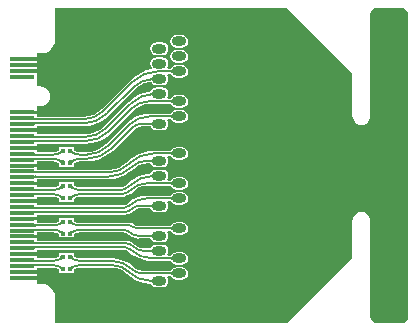
<source format=gtl>
G04*
G04 #@! TF.GenerationSoftware,Altium Limited,Altium Designer,22.3.1 (43)*
G04*
G04 Layer_Physical_Order=1*
G04 Layer_Color=255*
%FSLAX25Y25*%
%MOIN*%
G70*
G04*
G04 #@! TF.SameCoordinates,698DBC82-D8F4-4E88-83ED-E0681CBDB87E*
G04*
G04*
G04 #@! TF.FilePolarity,Positive*
G04*
G01*
G75*
%ADD13R,0.01575X0.01575*%
%ADD14R,0.07874X0.01181*%
%ADD20C,0.00700*%
%ADD21O,0.04921X0.03150*%
%ADD22O,0.20866X0.20866*%
%ADD23C,0.01400*%
G36*
X55614Y70809D02*
X55605Y70875D01*
X55580Y70933D01*
X55538Y70985D01*
X55479Y71030D01*
X55404Y71068D01*
X55312Y71099D01*
X55202Y71123D01*
X55076Y71141D01*
X54934Y71151D01*
X54774Y71154D01*
Y71854D01*
X54934Y71858D01*
X55202Y71886D01*
X55312Y71910D01*
X55404Y71941D01*
X55479Y71979D01*
X55538Y72024D01*
X55580Y72075D01*
X55605Y72134D01*
X55614Y72200D01*
Y70809D01*
D02*
G37*
G36*
X49044Y68297D02*
X49035Y68362D01*
X49010Y68419D01*
X48968Y68466D01*
X48909Y68505D01*
X48834Y68535D01*
X48742Y68557D01*
X48633Y68569D01*
X48508Y68573D01*
X48366Y68568D01*
X48207Y68554D01*
X48200Y69260D01*
X48359Y69281D01*
X48628Y69338D01*
X48737Y69374D01*
X48829Y69415D01*
X48904Y69461D01*
X48962Y69512D01*
X49004Y69568D01*
X49029Y69629D01*
X49037Y69695D01*
X49044Y68297D01*
D02*
G37*
G36*
X49046Y63293D02*
X49037Y63358D01*
X49011Y63415D01*
X48969Y63463D01*
X48910Y63502D01*
X48835Y63532D01*
X48742Y63554D01*
X48634Y63567D01*
X48508Y63571D01*
X48366Y63567D01*
X48207Y63554D01*
X48199Y64259D01*
X48359Y64279D01*
X48627Y64334D01*
X48735Y64370D01*
X48827Y64411D01*
X48902Y64456D01*
X48961Y64507D01*
X49002Y64563D01*
X49027Y64624D01*
X49035Y64690D01*
X49046Y63293D01*
D02*
G37*
G36*
X55614Y60809D02*
X55605Y60875D01*
X55580Y60933D01*
X55538Y60985D01*
X55479Y61030D01*
X55404Y61068D01*
X55312Y61099D01*
X55202Y61123D01*
X55076Y61141D01*
X54934Y61151D01*
X54774Y61154D01*
Y61854D01*
X54934Y61858D01*
X55202Y61885D01*
X55312Y61910D01*
X55404Y61941D01*
X55479Y61979D01*
X55538Y62024D01*
X55580Y62076D01*
X55605Y62134D01*
X55614Y62200D01*
Y60809D01*
D02*
G37*
G36*
Y55809D02*
X55605Y55875D01*
X55580Y55933D01*
X55538Y55985D01*
X55479Y56030D01*
X55404Y56068D01*
X55312Y56099D01*
X55202Y56123D01*
X55076Y56141D01*
X54934Y56151D01*
X54774Y56154D01*
Y56854D01*
X54934Y56858D01*
X55202Y56885D01*
X55312Y56910D01*
X55404Y56941D01*
X55479Y56979D01*
X55538Y57024D01*
X55580Y57076D01*
X55605Y57134D01*
X55614Y57200D01*
Y55809D01*
D02*
G37*
G36*
X9345Y56176D02*
X9366Y56116D01*
X9401Y56063D01*
X9450Y56018D01*
X9513Y55980D01*
X9590Y55948D01*
X9681Y55924D01*
X9786Y55906D01*
X9905Y55896D01*
X10038Y55892D01*
Y55192D01*
X9905Y55193D01*
X9366Y55228D01*
X9345Y55237D01*
X9338Y55248D01*
Y56242D01*
X9345Y56176D01*
D02*
G37*
G36*
X123879Y92699D02*
X131416Y92699D01*
X131916Y92699D01*
X132381Y92614D01*
X132795Y92532D01*
X133541Y92034D01*
X134039Y91289D01*
X134120Y90878D01*
X134206Y90409D01*
X134206Y90409D01*
X134206Y89921D01*
Y-10142D01*
X134210Y-10161D01*
X134039Y-11021D01*
X133541Y-11766D01*
X132795Y-12264D01*
X131936Y-12435D01*
X131916Y-12431D01*
X123879D01*
X123859Y-12435D01*
X123000Y-12264D01*
X122255Y-11766D01*
X121756Y-11021D01*
X121586Y-10161D01*
X121590Y-10142D01*
Y21634D01*
X121601D01*
X121499Y22411D01*
X121200Y23134D01*
X120723Y23755D01*
X120102Y24231D01*
X119379Y24531D01*
X118603Y24633D01*
X117827Y24531D01*
X117103Y24231D01*
X116482Y23755D01*
X116006Y23134D01*
X115706Y22411D01*
X115604Y21634D01*
X115616D01*
Y9376D01*
X93809Y-12431D01*
X16459Y-12431D01*
X16459Y-4437D01*
X16485Y-3937D01*
X16485D01*
X16326Y-2728D01*
X15859Y-1600D01*
X15116Y-632D01*
X14148Y110D01*
X13021Y577D01*
X12296Y673D01*
X11811Y736D01*
X11322Y710D01*
X10650Y710D01*
X10350Y1086D01*
Y2086D01*
X5413D01*
Y3267D01*
X10350D01*
Y4055D01*
X5413D01*
Y5236D01*
X10350D01*
Y6031D01*
X15945D01*
Y6028D01*
X16868Y5907D01*
X17497Y5647D01*
X17607Y5586D01*
X17731Y5511D01*
X17788Y5472D01*
X17793Y5456D01*
X17778Y5420D01*
X17796Y5380D01*
Y4310D01*
X22890D01*
Y5380D01*
X22907Y5420D01*
X22893Y5456D01*
X22896Y5468D01*
X23086Y5590D01*
X23189Y5647D01*
X23818Y5907D01*
X24741Y6028D01*
Y6031D01*
X35638D01*
Y6031D01*
X36977Y5899D01*
X38264Y5509D01*
X39450Y4875D01*
X40476Y4032D01*
X40477Y4009D01*
Y4009D01*
X41805Y2875D01*
X43294Y1963D01*
X44907Y1295D01*
X46605Y887D01*
X48317Y752D01*
X48338Y743D01*
X48442Y742D01*
X48534Y736D01*
X48934Y138D01*
X49620Y-320D01*
X50429Y-481D01*
X52201D01*
X53011Y-320D01*
X53697Y138D01*
X54156Y825D01*
X54317Y1634D01*
X54156Y2444D01*
X53939Y2768D01*
X54207Y3268D01*
X54707D01*
X54762Y3243D01*
X54908Y3240D01*
X55020Y3232D01*
X55107Y3220D01*
X55122Y3217D01*
X55509Y2639D01*
X56195Y2180D01*
X57004Y2019D01*
X58776D01*
X59585Y2180D01*
X60272Y2639D01*
X60730Y3325D01*
X60891Y4134D01*
X60730Y4944D01*
X60272Y5630D01*
X59585Y6089D01*
X58776Y6250D01*
X57004D01*
X56195Y6089D01*
X55509Y5630D01*
X55122Y5052D01*
X55116Y5051D01*
X54900Y5029D01*
X54762Y5026D01*
X54707Y5001D01*
X45690D01*
X45681Y4999D01*
X44597Y5142D01*
X43578Y5564D01*
X43094Y5936D01*
X42728Y6260D01*
X42728Y6260D01*
X41208Y7507D01*
X39475Y8433D01*
X37594Y9004D01*
X35638Y9196D01*
Y9165D01*
X24741D01*
Y9167D01*
X23818Y9289D01*
X23189Y9549D01*
X23079Y9610D01*
X22955Y9685D01*
X22897Y9724D01*
X22893Y9740D01*
X22907Y9776D01*
X22890Y9816D01*
Y10885D01*
X17796D01*
Y9816D01*
X17778Y9776D01*
X17793Y9740D01*
X17789Y9727D01*
X17600Y9606D01*
X17497Y9549D01*
X16868Y9289D01*
X15945Y9167D01*
Y9165D01*
X10350D01*
Y9960D01*
X5413D01*
Y11141D01*
X10350D01*
Y11937D01*
X39987D01*
Y11931D01*
X40528Y11823D01*
X40976Y11524D01*
X40977Y11509D01*
Y11509D01*
X42305Y10375D01*
X43794Y9463D01*
X45407Y8795D01*
X47105Y8387D01*
X48845Y8250D01*
Y8268D01*
X54707D01*
X54762Y8243D01*
X54908Y8240D01*
X55020Y8232D01*
X55107Y8220D01*
X55122Y8217D01*
X55509Y7638D01*
X56195Y7180D01*
X57004Y7019D01*
X58776D01*
X59585Y7180D01*
X60272Y7638D01*
X60730Y8325D01*
X60891Y9134D01*
X60730Y9944D01*
X60272Y10630D01*
X59585Y11089D01*
X58776Y11250D01*
X57004D01*
X56195Y11089D01*
X55509Y10630D01*
X55122Y10052D01*
X55116Y10051D01*
X54900Y10028D01*
X54762Y10025D01*
X54707Y10001D01*
X54207D01*
X53939Y10501D01*
X54156Y10825D01*
X54317Y11634D01*
X54156Y12444D01*
X53697Y13130D01*
X53011Y13589D01*
X52201Y13750D01*
X50429D01*
X49620Y13589D01*
X48934Y13130D01*
X48547Y12552D01*
X48541Y12551D01*
X48325Y12528D01*
X48188Y12526D01*
X48132Y12501D01*
X46190D01*
X46181Y12499D01*
X45097Y12642D01*
X44078Y13064D01*
X43591Y13438D01*
X43221Y13753D01*
X43221Y13753D01*
X42274Y14480D01*
X41171Y14937D01*
X39987Y15093D01*
Y15070D01*
X10350D01*
Y15866D01*
X5413D01*
Y17047D01*
X10350D01*
Y17842D01*
X15945D01*
Y17840D01*
X16868Y17718D01*
X17497Y17458D01*
X17607Y17398D01*
X17731Y17322D01*
X17788Y17283D01*
X17793Y17267D01*
X17778Y17231D01*
X17796Y17191D01*
Y16122D01*
X22890D01*
Y17191D01*
X22907Y17231D01*
X22893Y17267D01*
X22896Y17279D01*
X23086Y17401D01*
X23189Y17458D01*
X23818Y17718D01*
X24741Y17840D01*
Y17842D01*
X39603D01*
Y17824D01*
X39897Y17765D01*
X40147Y17598D01*
X40150Y17602D01*
X41106Y16817D01*
X42197Y16234D01*
X43380Y15875D01*
X44611Y15754D01*
Y15768D01*
X48132D01*
X48188Y15743D01*
X48333Y15740D01*
X48445Y15732D01*
X48532Y15720D01*
X48547Y15717D01*
X48934Y15139D01*
X49620Y14680D01*
X50429Y14519D01*
X52201D01*
X53011Y14680D01*
X53697Y15139D01*
X54156Y15825D01*
X54317Y16634D01*
X54156Y17444D01*
X53939Y17768D01*
X54207Y18268D01*
X54707D01*
X54762Y18243D01*
X54908Y18240D01*
X55020Y18232D01*
X55107Y18220D01*
X55122Y18217D01*
X55509Y17639D01*
X56195Y17180D01*
X57004Y17019D01*
X58776D01*
X59585Y17180D01*
X60272Y17639D01*
X60730Y18325D01*
X60891Y19134D01*
X60730Y19944D01*
X60272Y20630D01*
X59585Y21089D01*
X58776Y21250D01*
X57004D01*
X56195Y21089D01*
X55509Y20630D01*
X55122Y20052D01*
X55116Y20051D01*
X54900Y20029D01*
X54762Y20026D01*
X54707Y20001D01*
X43775D01*
Y20019D01*
X43640Y20046D01*
X43228Y20260D01*
X43228Y20260D01*
X42400Y20814D01*
X41423Y21008D01*
Y20976D01*
X24741D01*
Y20978D01*
X23818Y21100D01*
X23189Y21360D01*
X23079Y21420D01*
X22955Y21496D01*
X22897Y21535D01*
X22893Y21551D01*
X22907Y21587D01*
X22890Y21627D01*
Y22696D01*
X17796D01*
Y21627D01*
X17778Y21587D01*
X17793Y21551D01*
X17789Y21539D01*
X17600Y21417D01*
X17497Y21360D01*
X16868Y21100D01*
X15945Y20978D01*
Y20976D01*
X10350D01*
Y21771D01*
X5413D01*
Y22952D01*
X10350D01*
Y23748D01*
X39606D01*
Y23727D01*
X40746Y23877D01*
X41808Y24317D01*
X42720Y25017D01*
X42720Y25017D01*
X43098Y25312D01*
X43515Y25591D01*
X44444Y25775D01*
X44483Y25768D01*
X48132D01*
X48188Y25743D01*
X48333Y25740D01*
X48445Y25732D01*
X48532Y25720D01*
X48547Y25717D01*
X48934Y25139D01*
X49620Y24680D01*
X50429Y24519D01*
X52201D01*
X53011Y24680D01*
X53697Y25139D01*
X54156Y25825D01*
X54317Y26634D01*
X54156Y27444D01*
X53939Y27768D01*
X54207Y28268D01*
X54707D01*
X54762Y28243D01*
X54908Y28240D01*
X55020Y28232D01*
X55107Y28220D01*
X55122Y28217D01*
X55509Y27639D01*
X56195Y27180D01*
X57004Y27019D01*
X58776D01*
X59585Y27180D01*
X60272Y27639D01*
X60730Y28325D01*
X60891Y29134D01*
X60730Y29944D01*
X60272Y30630D01*
X59585Y31089D01*
X58776Y31250D01*
X57004D01*
X56195Y31089D01*
X55509Y30630D01*
X55122Y30052D01*
X55116Y30051D01*
X54900Y30028D01*
X54762Y30026D01*
X54707Y30001D01*
X47138D01*
Y30030D01*
X45298Y29849D01*
X43529Y29312D01*
X41899Y28440D01*
X40470Y27268D01*
Y27268D01*
X40467Y27243D01*
X40081Y26985D01*
X39606Y26891D01*
Y26881D01*
X10350D01*
Y27677D01*
X5413D01*
Y28858D01*
X10350D01*
Y29653D01*
X15945D01*
Y29651D01*
X16868Y29529D01*
X17497Y29269D01*
X17607Y29208D01*
X17731Y29133D01*
X17788Y29094D01*
X17793Y29078D01*
X17778Y29042D01*
X17796Y29002D01*
Y27933D01*
X22890D01*
Y29002D01*
X22907Y29042D01*
X22893Y29078D01*
X22896Y29090D01*
X23086Y29212D01*
X23189Y29269D01*
X23818Y29529D01*
X24741Y29651D01*
Y29653D01*
X38171D01*
Y29639D01*
X39425Y29763D01*
X40630Y30128D01*
X41742Y30722D01*
X42716Y31521D01*
Y31521D01*
X42716Y31534D01*
X43606Y32265D01*
X44630Y32812D01*
X45741Y33149D01*
X46897Y33263D01*
Y33268D01*
X54707D01*
X54762Y33243D01*
X54908Y33240D01*
X55020Y33232D01*
X55107Y33220D01*
X55122Y33217D01*
X55509Y32638D01*
X56195Y32180D01*
X57004Y32019D01*
X58776D01*
X59585Y32180D01*
X60272Y32638D01*
X60730Y33325D01*
X60891Y34134D01*
X60730Y34944D01*
X60272Y35630D01*
X59585Y36089D01*
X58776Y36250D01*
X57004D01*
X56195Y36089D01*
X55509Y35630D01*
X55122Y35052D01*
X55116Y35051D01*
X54900Y35028D01*
X54762Y35026D01*
X54707Y35001D01*
X54207D01*
X53939Y35501D01*
X54156Y35825D01*
X54317Y36634D01*
X54156Y37444D01*
X53697Y38130D01*
X53011Y38589D01*
X52201Y38750D01*
X50429D01*
X49620Y38589D01*
X48934Y38130D01*
X48531Y37528D01*
X48506Y37520D01*
X48288Y37482D01*
X48149Y37469D01*
X48062Y37423D01*
X47403Y37371D01*
X45528Y36921D01*
X43746Y36183D01*
X42102Y35175D01*
X40636Y33923D01*
X40636Y33923D01*
X40275Y33589D01*
X39808Y33231D01*
X39018Y32904D01*
X38171Y32792D01*
Y32787D01*
X24741D01*
Y32789D01*
X23818Y32911D01*
X23189Y33171D01*
X23079Y33231D01*
X22955Y33307D01*
X22897Y33346D01*
X22893Y33362D01*
X22907Y33398D01*
X22890Y33438D01*
Y34507D01*
X17796D01*
Y33438D01*
X17778Y33398D01*
X17793Y33362D01*
X17789Y33349D01*
X17600Y33228D01*
X17497Y33171D01*
X16868Y32911D01*
X15945Y32789D01*
Y32787D01*
X10350D01*
Y33582D01*
X5413D01*
Y34763D01*
X10350D01*
Y35559D01*
X34321D01*
Y35539D01*
X36179Y35685D01*
X37992Y36120D01*
X39713Y36833D01*
X41302Y37807D01*
X42720Y39018D01*
Y39018D01*
X42721Y39038D01*
X43606Y39765D01*
X44630Y40312D01*
X45741Y40649D01*
X46897Y40763D01*
Y40768D01*
X48132D01*
X48188Y40743D01*
X48333Y40740D01*
X48445Y40732D01*
X48532Y40720D01*
X48547Y40717D01*
X48934Y40139D01*
X49620Y39680D01*
X50429Y39519D01*
X52201D01*
X53011Y39680D01*
X53697Y40139D01*
X54156Y40825D01*
X54317Y41634D01*
X54156Y42444D01*
X53939Y42768D01*
X54207Y43268D01*
X54707D01*
X54762Y43243D01*
X54908Y43240D01*
X55020Y43232D01*
X55107Y43220D01*
X55122Y43217D01*
X55509Y42638D01*
X56195Y42180D01*
X57004Y42019D01*
X58776D01*
X59585Y42180D01*
X60272Y42638D01*
X60730Y43325D01*
X60891Y44134D01*
X60730Y44944D01*
X60272Y45630D01*
X59585Y46089D01*
X58776Y46250D01*
X57004D01*
X56195Y46089D01*
X55509Y45630D01*
X55122Y45052D01*
X55116Y45051D01*
X54900Y45028D01*
X54762Y45026D01*
X54707Y45001D01*
X49325D01*
Y45022D01*
X47403Y44871D01*
X45528Y44421D01*
X43746Y43683D01*
X42102Y42676D01*
X40636Y41423D01*
X40636Y41423D01*
X40285Y41067D01*
X39173Y40155D01*
X37663Y39348D01*
X36025Y38851D01*
X34351Y38686D01*
X34321Y38692D01*
X10350D01*
Y39488D01*
X5413D01*
Y40669D01*
X10350D01*
Y41464D01*
X15945D01*
Y41462D01*
X16868Y41340D01*
X17497Y41080D01*
X17607Y41019D01*
X17731Y40944D01*
X17788Y40905D01*
X17793Y40889D01*
X17778Y40853D01*
X17796Y40813D01*
Y39744D01*
X22890D01*
Y40813D01*
X22907Y40853D01*
X22893Y40889D01*
X22896Y40901D01*
X23086Y41023D01*
X23189Y41080D01*
X23818Y41340D01*
X24741Y41462D01*
Y41464D01*
X27057D01*
Y41443D01*
X28980Y41594D01*
X30854Y42044D01*
X32636Y42782D01*
X34280Y43790D01*
X35746Y45042D01*
X35746Y45042D01*
X36085Y45411D01*
X42706Y52032D01*
X42706Y52031D01*
X43488Y52631D01*
X44399Y53008D01*
X45376Y53137D01*
Y53138D01*
X48132D01*
X48188Y53113D01*
X48333Y53110D01*
X48445Y53102D01*
X48532Y53090D01*
X48547Y53087D01*
X48934Y52509D01*
X49620Y52050D01*
X50429Y51889D01*
X52201D01*
X53011Y52050D01*
X53697Y52509D01*
X54156Y53195D01*
X54317Y54004D01*
X54156Y54814D01*
X53939Y55138D01*
X54207Y55638D01*
X54707D01*
X54762Y55613D01*
X54908Y55610D01*
X55020Y55602D01*
X55107Y55590D01*
X55122Y55587D01*
X55509Y55009D01*
X56195Y54550D01*
X57004Y54389D01*
X58776D01*
X59585Y54550D01*
X60272Y55009D01*
X60730Y55695D01*
X60891Y56504D01*
X60730Y57314D01*
X60272Y58000D01*
X59585Y58459D01*
X58776Y58620D01*
X57004D01*
X56195Y58459D01*
X55509Y58000D01*
X55122Y57422D01*
X55116Y57421D01*
X54900Y57398D01*
X54762Y57395D01*
X54707Y57371D01*
X48031D01*
Y57387D01*
X46361Y57256D01*
X44731Y56865D01*
X43182Y56223D01*
X41753Y55347D01*
X40478Y54259D01*
X40490Y54247D01*
X33516Y47273D01*
X33495Y47242D01*
X32137Y46128D01*
X30556Y45283D01*
X28841Y44763D01*
X27093Y44590D01*
X27057Y44598D01*
X24741D01*
Y44600D01*
X23818Y44722D01*
X23189Y44982D01*
X23079Y45042D01*
X22955Y45118D01*
X22897Y45157D01*
X22893Y45173D01*
X22907Y45209D01*
X22890Y45249D01*
Y46318D01*
X17796D01*
Y45249D01*
X17778Y45209D01*
X17793Y45173D01*
X17789Y45160D01*
X17600Y45039D01*
X17497Y44982D01*
X16868Y44722D01*
X15945Y44600D01*
Y44598D01*
X10350D01*
Y45393D01*
X5413D01*
Y46574D01*
X10350D01*
Y47370D01*
X26463D01*
Y47349D01*
X28385Y47500D01*
X30260Y47950D01*
X32041Y48688D01*
X33685Y49695D01*
X35152Y50948D01*
X35152Y50948D01*
X35490Y51316D01*
X42706Y58532D01*
X42708Y58535D01*
X43795Y59427D01*
X45038Y60092D01*
X46387Y60501D01*
X47786Y60639D01*
X47790Y60638D01*
X54707D01*
X54762Y60613D01*
X54908Y60610D01*
X55020Y60602D01*
X55107Y60590D01*
X55122Y60587D01*
X55509Y60009D01*
X56195Y59550D01*
X57004Y59389D01*
X58776D01*
X59585Y59550D01*
X60272Y60009D01*
X60730Y60695D01*
X60891Y61504D01*
X60730Y62314D01*
X60272Y63000D01*
X59585Y63459D01*
X58776Y63620D01*
X57004D01*
X56195Y63459D01*
X55509Y63000D01*
X55122Y62422D01*
X55116Y62421D01*
X54900Y62398D01*
X54762Y62396D01*
X54707Y62371D01*
X54207D01*
X53939Y62871D01*
X54156Y63195D01*
X54317Y64004D01*
X54156Y64814D01*
X53697Y65500D01*
X53011Y65959D01*
X52201Y66120D01*
X50429D01*
X49620Y65959D01*
X48934Y65500D01*
X48510Y64866D01*
X48487Y64858D01*
X48270Y64813D01*
X48131Y64796D01*
X48077Y64765D01*
X47772Y64741D01*
X45898Y64291D01*
X44116Y63553D01*
X42472Y62546D01*
X41006Y61293D01*
X41021Y61278D01*
X32921Y53178D01*
X32901Y53148D01*
X31543Y52034D01*
X29962Y51188D01*
X28247Y50668D01*
X26499Y50496D01*
X26463Y50503D01*
X10350D01*
Y51299D01*
X5413D01*
Y52480D01*
X10350D01*
Y53275D01*
X25868D01*
Y53254D01*
X27790Y53405D01*
X29665Y53856D01*
X31447Y54593D01*
X33091Y55601D01*
X34557Y56853D01*
X34557Y56853D01*
X34896Y57222D01*
X43137Y65463D01*
X43157Y65493D01*
X44515Y66607D01*
X46095Y67452D01*
X47811Y67973D01*
X48250Y68016D01*
X48254Y68015D01*
X48399Y68028D01*
X48509Y68032D01*
X48586Y68029D01*
X48662Y67915D01*
X48663Y67912D01*
X48664Y67912D01*
X48934Y67509D01*
X49620Y67050D01*
X50429Y66889D01*
X52201D01*
X53011Y67050D01*
X53697Y67509D01*
X54156Y68195D01*
X54317Y69004D01*
X54156Y69814D01*
X53939Y70138D01*
X54207Y70638D01*
X54707D01*
X54762Y70613D01*
X54908Y70610D01*
X55020Y70602D01*
X55107Y70590D01*
X55122Y70587D01*
X55509Y70009D01*
X56195Y69550D01*
X57004Y69389D01*
X58776D01*
X59585Y69550D01*
X60272Y70009D01*
X60730Y70695D01*
X60891Y71504D01*
X60730Y72314D01*
X60272Y73000D01*
X59585Y73459D01*
X58776Y73620D01*
X57004D01*
X56195Y73459D01*
X55509Y73000D01*
X55122Y72422D01*
X55116Y72421D01*
X54900Y72399D01*
X54762Y72395D01*
X54707Y72371D01*
X54207D01*
X53939Y72871D01*
X54156Y73195D01*
X54317Y74004D01*
X54156Y74814D01*
X53697Y75500D01*
X53011Y75959D01*
X52201Y76120D01*
X50429D01*
X49620Y75959D01*
X48934Y75500D01*
X48475Y74814D01*
X48314Y74004D01*
X48475Y73195D01*
X48777Y72743D01*
X48776Y72644D01*
X48574Y72193D01*
X46898Y71791D01*
X45116Y71053D01*
X43472Y70046D01*
X42006Y68793D01*
X42021Y68778D01*
X32326Y59084D01*
X32306Y59053D01*
X30948Y57939D01*
X29368Y57094D01*
X27652Y56574D01*
X25904Y56402D01*
X25868Y56409D01*
X10350D01*
Y57204D01*
X5413D01*
Y58385D01*
X10350D01*
Y59385D01*
X10350D01*
Y59959D01*
X11407D01*
X11539Y59941D01*
X12390Y60053D01*
X13183Y60382D01*
X13863Y60904D01*
X14386Y61585D01*
X14714Y62378D01*
X14826Y63228D01*
X14714Y64079D01*
X14386Y64872D01*
X13863Y65552D01*
X13183Y66075D01*
X12390Y66403D01*
X11539Y66515D01*
X11407Y66498D01*
X10350D01*
Y68980D01*
X10347Y68982D01*
Y69981D01*
X10350Y69984D01*
X10350Y70481D01*
Y70983D01*
X5413D01*
Y72165D01*
X10350D01*
Y72952D01*
X5413D01*
Y74133D01*
X10350D01*
Y74921D01*
X5413D01*
Y76102D01*
X10350D01*
Y77478D01*
X11811D01*
Y77452D01*
X13021Y77611D01*
X14148Y78078D01*
X15116Y78821D01*
X15859Y79789D01*
X16326Y80916D01*
X16421Y81641D01*
X16485Y82125D01*
X16485Y82126D01*
X16459Y82615D01*
X16459Y92699D01*
X93809Y92699D01*
X115616Y70891D01*
X115616Y56634D01*
X115604D01*
X115706Y55858D01*
X116006Y55135D01*
X116482Y54514D01*
X117103Y54037D01*
X117827Y53738D01*
X118603Y53636D01*
X119379Y53738D01*
X120102Y54037D01*
X120723Y54514D01*
X121200Y55135D01*
X121499Y55858D01*
X121601Y56634D01*
X121589D01*
Y90409D01*
X121586Y90429D01*
X121756Y91289D01*
X122255Y92034D01*
X123000Y92532D01*
X123859Y92703D01*
X123879Y92699D01*
D02*
G37*
G36*
X10038Y53792D02*
X9905Y53789D01*
X9786Y53778D01*
X9681Y53761D01*
X9590Y53736D01*
X9513Y53705D01*
X9450Y53666D01*
X9401Y53621D01*
X9366Y53568D01*
X9345Y53509D01*
X9338Y53442D01*
Y54436D01*
X9345Y54447D01*
X9366Y54456D01*
X9401Y54465D01*
X9450Y54472D01*
X9590Y54483D01*
X9905Y54492D01*
X10038Y54492D01*
Y53792D01*
D02*
G37*
G36*
X49039Y53309D02*
X49031Y53375D01*
X49005Y53433D01*
X48963Y53485D01*
X48905Y53530D01*
X48829Y53568D01*
X48737Y53599D01*
X48628Y53623D01*
X48502Y53641D01*
X48359Y53651D01*
X48199Y53654D01*
Y54354D01*
X48359Y54358D01*
X48628Y54386D01*
X48737Y54410D01*
X48829Y54441D01*
X48905Y54479D01*
X48963Y54524D01*
X49005Y54576D01*
X49031Y54634D01*
X49039Y54700D01*
Y53309D01*
D02*
G37*
G36*
X9345Y50270D02*
X9366Y50210D01*
X9401Y50158D01*
X9450Y50112D01*
X9513Y50074D01*
X9590Y50042D01*
X9681Y50018D01*
X9786Y50001D01*
X9905Y49990D01*
X10038Y49986D01*
Y49286D01*
X9905Y49287D01*
X9366Y49322D01*
X9345Y49332D01*
X9338Y49342D01*
Y50336D01*
X9345Y50270D01*
D02*
G37*
G36*
X10038Y47886D02*
X9905Y47883D01*
X9786Y47872D01*
X9681Y47855D01*
X9590Y47831D01*
X9513Y47799D01*
X9450Y47760D01*
X9401Y47715D01*
X9366Y47662D01*
X9345Y47603D01*
X9338Y47537D01*
Y48531D01*
X9345Y48541D01*
X9366Y48551D01*
X9401Y48559D01*
X9450Y48566D01*
X9590Y48578D01*
X9905Y48586D01*
X10038Y48586D01*
Y47886D01*
D02*
G37*
G36*
X19515Y44268D02*
X19451Y44304D01*
X19369Y44323D01*
X19270Y44326D01*
X19154Y44314D01*
X19022Y44284D01*
X18872Y44239D01*
X18706Y44178D01*
X18321Y44006D01*
X18104Y43896D01*
X17705Y44479D01*
X17877Y44573D01*
X18147Y44747D01*
X18246Y44827D01*
X18319Y44901D01*
X18369Y44971D01*
X18393Y45036D01*
X18393Y45096D01*
X18369Y45151D01*
X18320Y45202D01*
X19515Y44268D01*
D02*
G37*
G36*
X22317Y45151D02*
X22293Y45096D01*
X22293Y45036D01*
X22317Y44971D01*
X22367Y44901D01*
X22440Y44827D01*
X22539Y44747D01*
X22662Y44663D01*
X22809Y44573D01*
X22981Y44479D01*
X22582Y43896D01*
X22364Y44006D01*
X21814Y44239D01*
X21664Y44284D01*
X21531Y44314D01*
X21416Y44326D01*
X21317Y44323D01*
X21235Y44304D01*
X21170Y44268D01*
X22366Y45202D01*
X22317Y45151D01*
D02*
G37*
G36*
X55614Y43439D02*
X55605Y43505D01*
X55580Y43563D01*
X55538Y43615D01*
X55479Y43660D01*
X55404Y43698D01*
X55312Y43729D01*
X55202Y43753D01*
X55076Y43771D01*
X54934Y43781D01*
X54774Y43784D01*
Y44484D01*
X54934Y44488D01*
X55202Y44515D01*
X55312Y44540D01*
X55404Y44571D01*
X55479Y44609D01*
X55538Y44654D01*
X55580Y44706D01*
X55605Y44764D01*
X55614Y44830D01*
Y43439D01*
D02*
G37*
G36*
X9345Y44365D02*
X9366Y44305D01*
X9401Y44252D01*
X9450Y44207D01*
X9513Y44168D01*
X9590Y44137D01*
X9681Y44113D01*
X9786Y44095D01*
X9905Y44085D01*
X10038Y44081D01*
Y43381D01*
X9905Y43382D01*
X9366Y43417D01*
X9345Y43426D01*
X9338Y43437D01*
Y44431D01*
X9345Y44365D01*
D02*
G37*
G36*
X22981Y41583D02*
X22809Y41489D01*
X22539Y41315D01*
X22440Y41235D01*
X22367Y41161D01*
X22317Y41091D01*
X22293Y41026D01*
X22293Y40966D01*
X22317Y40911D01*
X22366Y40860D01*
X21170Y41794D01*
X21235Y41758D01*
X21317Y41739D01*
X21416Y41736D01*
X21531Y41748D01*
X21664Y41778D01*
X21814Y41823D01*
X21980Y41884D01*
X22364Y42056D01*
X22582Y42167D01*
X22981Y41583D01*
D02*
G37*
G36*
X10038Y41981D02*
X9905Y41978D01*
X9786Y41967D01*
X9681Y41949D01*
X9590Y41925D01*
X9513Y41894D01*
X9450Y41855D01*
X9401Y41809D01*
X9366Y41757D01*
X9345Y41697D01*
X9338Y41631D01*
Y42625D01*
X9345Y42636D01*
X9366Y42645D01*
X9401Y42654D01*
X9450Y42661D01*
X9590Y42672D01*
X9905Y42680D01*
X10038Y42681D01*
Y41981D01*
D02*
G37*
G36*
X49039Y40939D02*
X49031Y41005D01*
X49005Y41063D01*
X48963Y41115D01*
X48905Y41160D01*
X48829Y41198D01*
X48737Y41229D01*
X48628Y41253D01*
X48502Y41271D01*
X48359Y41281D01*
X48199Y41284D01*
Y41984D01*
X48359Y41988D01*
X48628Y42015D01*
X48737Y42040D01*
X48829Y42071D01*
X48905Y42109D01*
X48963Y42154D01*
X49005Y42206D01*
X49031Y42264D01*
X49039Y42330D01*
Y40939D01*
D02*
G37*
G36*
X18321Y42056D02*
X18872Y41823D01*
X19022Y41778D01*
X19154Y41748D01*
X19270Y41736D01*
X19369Y41739D01*
X19451Y41758D01*
X19515Y41794D01*
X18320Y40860D01*
X18369Y40911D01*
X18393Y40966D01*
X18393Y41026D01*
X18369Y41091D01*
X18319Y41161D01*
X18246Y41235D01*
X18147Y41315D01*
X18024Y41399D01*
X17877Y41489D01*
X17705Y41583D01*
X18104Y42167D01*
X18321Y42056D01*
D02*
G37*
G36*
X9345Y38459D02*
X9366Y38399D01*
X9401Y38347D01*
X9450Y38302D01*
X9513Y38263D01*
X9590Y38232D01*
X9681Y38207D01*
X9786Y38190D01*
X9905Y38179D01*
X10038Y38175D01*
Y37475D01*
X9905Y37476D01*
X9366Y37511D01*
X9345Y37521D01*
X9338Y37531D01*
Y38526D01*
X9345Y38459D01*
D02*
G37*
G36*
X49039Y35940D02*
X49030Y36005D01*
X49005Y36063D01*
X48963Y36112D01*
X48905Y36153D01*
X48830Y36186D01*
X48738Y36210D01*
X48629Y36227D01*
X48504Y36235D01*
X48361Y36235D01*
X48202Y36227D01*
X48200Y36931D01*
X48360Y36945D01*
X48629Y36992D01*
X48738Y37024D01*
X48830Y37062D01*
X48906Y37105D01*
X48965Y37154D01*
X49007Y37208D01*
X49032Y37269D01*
X49041Y37334D01*
X49039Y35940D01*
D02*
G37*
G36*
X10038Y36075D02*
X9905Y36072D01*
X9786Y36061D01*
X9681Y36044D01*
X9590Y36020D01*
X9513Y35988D01*
X9450Y35950D01*
X9401Y35904D01*
X9366Y35851D01*
X9345Y35792D01*
X9338Y35726D01*
Y36720D01*
X9345Y36730D01*
X9366Y36740D01*
X9401Y36748D01*
X9450Y36755D01*
X9590Y36767D01*
X9905Y36775D01*
X10038Y36775D01*
Y36075D01*
D02*
G37*
G36*
X55614Y33439D02*
X55605Y33505D01*
X55580Y33563D01*
X55538Y33615D01*
X55479Y33660D01*
X55404Y33698D01*
X55312Y33729D01*
X55202Y33753D01*
X55076Y33771D01*
X54934Y33781D01*
X54774Y33784D01*
Y34484D01*
X54934Y34488D01*
X55202Y34516D01*
X55312Y34540D01*
X55404Y34571D01*
X55479Y34609D01*
X55538Y34654D01*
X55580Y34705D01*
X55605Y34764D01*
X55614Y34830D01*
Y33439D01*
D02*
G37*
G36*
X19515Y32456D02*
X19451Y32492D01*
X19369Y32512D01*
X19270Y32515D01*
X19154Y32503D01*
X19022Y32473D01*
X18872Y32428D01*
X18706Y32367D01*
X18321Y32195D01*
X18104Y32084D01*
X17705Y32668D01*
X17877Y32762D01*
X18147Y32936D01*
X18246Y33016D01*
X18319Y33090D01*
X18369Y33160D01*
X18393Y33225D01*
X18393Y33285D01*
X18369Y33340D01*
X18320Y33391D01*
X19515Y32456D01*
D02*
G37*
G36*
X22317Y33340D02*
X22293Y33285D01*
X22293Y33225D01*
X22317Y33160D01*
X22367Y33090D01*
X22440Y33016D01*
X22539Y32936D01*
X22662Y32852D01*
X22809Y32762D01*
X22981Y32668D01*
X22582Y32084D01*
X22364Y32195D01*
X21814Y32428D01*
X21664Y32473D01*
X21531Y32503D01*
X21416Y32515D01*
X21317Y32512D01*
X21235Y32492D01*
X21170Y32456D01*
X22366Y33391D01*
X22317Y33340D01*
D02*
G37*
G36*
X9345Y32553D02*
X9366Y32494D01*
X9401Y32441D01*
X9450Y32396D01*
X9513Y32357D01*
X9590Y32326D01*
X9681Y32302D01*
X9786Y32284D01*
X9905Y32274D01*
X10038Y32270D01*
Y31570D01*
X9905Y31571D01*
X9366Y31606D01*
X9345Y31615D01*
X9338Y31626D01*
Y32620D01*
X9345Y32553D01*
D02*
G37*
G36*
X22981Y29772D02*
X22809Y29678D01*
X22539Y29504D01*
X22440Y29424D01*
X22367Y29350D01*
X22317Y29280D01*
X22293Y29215D01*
X22293Y29155D01*
X22317Y29100D01*
X22366Y29049D01*
X21170Y29983D01*
X21235Y29948D01*
X21317Y29928D01*
X21416Y29924D01*
X21531Y29937D01*
X21664Y29966D01*
X21814Y30012D01*
X21980Y30073D01*
X22364Y30245D01*
X22582Y30356D01*
X22981Y29772D01*
D02*
G37*
G36*
X10038Y30170D02*
X9905Y30167D01*
X9786Y30156D01*
X9681Y30138D01*
X9590Y30114D01*
X9513Y30082D01*
X9450Y30044D01*
X9401Y29998D01*
X9366Y29946D01*
X9345Y29886D01*
X9338Y29820D01*
Y30814D01*
X9345Y30825D01*
X9366Y30834D01*
X9401Y30843D01*
X9450Y30850D01*
X9590Y30861D01*
X9905Y30869D01*
X10038Y30870D01*
Y30170D01*
D02*
G37*
G36*
X18321Y30245D02*
X18872Y30012D01*
X19022Y29966D01*
X19154Y29937D01*
X19270Y29924D01*
X19369Y29928D01*
X19451Y29948D01*
X19515Y29983D01*
X18320Y29049D01*
X18369Y29100D01*
X18393Y29155D01*
X18393Y29215D01*
X18369Y29280D01*
X18319Y29350D01*
X18246Y29424D01*
X18147Y29504D01*
X18024Y29588D01*
X17877Y29678D01*
X17705Y29772D01*
X18104Y30356D01*
X18321Y30245D01*
D02*
G37*
G36*
X55614Y28439D02*
X55605Y28505D01*
X55580Y28563D01*
X55538Y28615D01*
X55479Y28660D01*
X55404Y28698D01*
X55312Y28729D01*
X55202Y28753D01*
X55076Y28771D01*
X54934Y28781D01*
X54774Y28784D01*
Y29484D01*
X54934Y29488D01*
X55202Y29515D01*
X55312Y29540D01*
X55404Y29571D01*
X55479Y29609D01*
X55538Y29654D01*
X55580Y29706D01*
X55605Y29764D01*
X55614Y29830D01*
Y28439D01*
D02*
G37*
G36*
X49039Y25939D02*
X49031Y26005D01*
X49005Y26063D01*
X48963Y26115D01*
X48905Y26160D01*
X48829Y26198D01*
X48737Y26229D01*
X48628Y26253D01*
X48502Y26271D01*
X48359Y26281D01*
X48199Y26284D01*
Y26984D01*
X48359Y26988D01*
X48628Y27016D01*
X48737Y27040D01*
X48829Y27071D01*
X48905Y27109D01*
X48963Y27154D01*
X49005Y27206D01*
X49031Y27264D01*
X49039Y27330D01*
Y25939D01*
D02*
G37*
G36*
X9345Y26648D02*
X9366Y26588D01*
X9401Y26536D01*
X9450Y26491D01*
X9513Y26452D01*
X9590Y26421D01*
X9681Y26396D01*
X9786Y26379D01*
X9905Y26368D01*
X10038Y26364D01*
Y25664D01*
X9905Y25665D01*
X9366Y25700D01*
X9345Y25710D01*
X9338Y25720D01*
Y26715D01*
X9345Y26648D01*
D02*
G37*
G36*
X10038Y24264D02*
X9905Y24261D01*
X9786Y24250D01*
X9681Y24233D01*
X9590Y24208D01*
X9513Y24177D01*
X9450Y24138D01*
X9401Y24093D01*
X9366Y24040D01*
X9345Y23981D01*
X9338Y23914D01*
Y24909D01*
X9345Y24919D01*
X9366Y24929D01*
X9401Y24937D01*
X9450Y24944D01*
X9590Y24956D01*
X9905Y24964D01*
X10038Y24964D01*
Y24264D01*
D02*
G37*
G36*
X19515Y20646D02*
X19451Y20681D01*
X19369Y20701D01*
X19270Y20704D01*
X19154Y20692D01*
X19022Y20662D01*
X18872Y20617D01*
X18706Y20556D01*
X18321Y20384D01*
X18104Y20273D01*
X17705Y20857D01*
X17877Y20951D01*
X18147Y21125D01*
X18246Y21205D01*
X18319Y21279D01*
X18369Y21349D01*
X18393Y21414D01*
X18393Y21474D01*
X18369Y21529D01*
X18320Y21580D01*
X19515Y20646D01*
D02*
G37*
G36*
X22317Y21529D02*
X22293Y21474D01*
X22293Y21414D01*
X22317Y21349D01*
X22367Y21279D01*
X22440Y21205D01*
X22539Y21125D01*
X22662Y21041D01*
X22809Y20951D01*
X22981Y20857D01*
X22582Y20273D01*
X22364Y20384D01*
X21814Y20617D01*
X21664Y20662D01*
X21531Y20692D01*
X21416Y20704D01*
X21317Y20701D01*
X21235Y20681D01*
X21170Y20646D01*
X22366Y21580D01*
X22317Y21529D01*
D02*
G37*
G36*
X9345Y20742D02*
X9366Y20683D01*
X9401Y20630D01*
X9450Y20585D01*
X9513Y20547D01*
X9590Y20515D01*
X9681Y20491D01*
X9786Y20473D01*
X9905Y20462D01*
X10038Y20459D01*
Y19759D01*
X9905Y19760D01*
X9366Y19795D01*
X9345Y19804D01*
X9338Y19815D01*
Y20809D01*
X9345Y20742D01*
D02*
G37*
G36*
X55614Y18439D02*
X55605Y18505D01*
X55580Y18563D01*
X55538Y18615D01*
X55479Y18660D01*
X55404Y18698D01*
X55312Y18729D01*
X55202Y18753D01*
X55076Y18771D01*
X54934Y18781D01*
X54774Y18784D01*
Y19484D01*
X54934Y19488D01*
X55202Y19515D01*
X55312Y19540D01*
X55404Y19571D01*
X55479Y19609D01*
X55538Y19654D01*
X55580Y19705D01*
X55605Y19764D01*
X55614Y19830D01*
Y18439D01*
D02*
G37*
G36*
X22981Y17961D02*
X22809Y17867D01*
X22539Y17693D01*
X22440Y17613D01*
X22367Y17539D01*
X22317Y17469D01*
X22293Y17404D01*
X22293Y17344D01*
X22317Y17289D01*
X22366Y17238D01*
X21170Y18172D01*
X21235Y18136D01*
X21317Y18117D01*
X21416Y18113D01*
X21531Y18126D01*
X21664Y18155D01*
X21814Y18201D01*
X21980Y18262D01*
X22364Y18434D01*
X22582Y18544D01*
X22981Y17961D01*
D02*
G37*
G36*
X10038Y18359D02*
X9905Y18356D01*
X9786Y18345D01*
X9681Y18327D01*
X9590Y18303D01*
X9513Y18271D01*
X9450Y18233D01*
X9401Y18188D01*
X9366Y18135D01*
X9345Y18076D01*
X9338Y18009D01*
Y19003D01*
X9345Y19014D01*
X9366Y19023D01*
X9401Y19032D01*
X9450Y19039D01*
X9590Y19050D01*
X9905Y19058D01*
X10038Y19059D01*
Y18359D01*
D02*
G37*
G36*
X18321Y18434D02*
X18872Y18201D01*
X19022Y18155D01*
X19154Y18126D01*
X19270Y18113D01*
X19369Y18117D01*
X19451Y18136D01*
X19515Y18172D01*
X18320Y17238D01*
X18369Y17289D01*
X18393Y17344D01*
X18393Y17404D01*
X18369Y17469D01*
X18319Y17539D01*
X18246Y17613D01*
X18147Y17693D01*
X18024Y17777D01*
X17877Y17867D01*
X17705Y17961D01*
X18104Y18544D01*
X18321Y18434D01*
D02*
G37*
G36*
X49039Y15939D02*
X49031Y16005D01*
X49005Y16063D01*
X48963Y16115D01*
X48905Y16160D01*
X48829Y16198D01*
X48737Y16229D01*
X48628Y16253D01*
X48502Y16271D01*
X48359Y16281D01*
X48199Y16284D01*
Y16984D01*
X48359Y16988D01*
X48628Y17016D01*
X48737Y17040D01*
X48829Y17071D01*
X48905Y17109D01*
X48963Y17154D01*
X49005Y17206D01*
X49031Y17264D01*
X49039Y17330D01*
Y15939D01*
D02*
G37*
G36*
X9345Y14837D02*
X9366Y14777D01*
X9401Y14725D01*
X9450Y14680D01*
X9513Y14641D01*
X9590Y14609D01*
X9681Y14585D01*
X9786Y14568D01*
X9905Y14557D01*
X10038Y14554D01*
Y13853D01*
X9905Y13854D01*
X9366Y13889D01*
X9345Y13899D01*
X9338Y13909D01*
Y14904D01*
X9345Y14837D01*
D02*
G37*
G36*
X10038Y12454D02*
X9905Y12450D01*
X9786Y12439D01*
X9681Y12422D01*
X9590Y12398D01*
X9513Y12366D01*
X9450Y12327D01*
X9401Y12282D01*
X9366Y12229D01*
X9345Y12170D01*
X9338Y12104D01*
Y13098D01*
X9345Y13108D01*
X9366Y13118D01*
X9401Y13126D01*
X9450Y13133D01*
X9590Y13145D01*
X9905Y13153D01*
X10038Y13153D01*
Y12454D01*
D02*
G37*
G36*
X49039Y10939D02*
X49031Y11005D01*
X49005Y11063D01*
X48963Y11115D01*
X48905Y11160D01*
X48829Y11198D01*
X48737Y11229D01*
X48628Y11253D01*
X48502Y11271D01*
X48359Y11281D01*
X48199Y11284D01*
Y11984D01*
X48359Y11988D01*
X48628Y12015D01*
X48737Y12040D01*
X48829Y12071D01*
X48905Y12109D01*
X48963Y12154D01*
X49005Y12206D01*
X49031Y12264D01*
X49039Y12330D01*
Y10939D01*
D02*
G37*
G36*
X19515Y8835D02*
X19451Y8870D01*
X19369Y8890D01*
X19270Y8893D01*
X19154Y8881D01*
X19022Y8851D01*
X18872Y8806D01*
X18706Y8745D01*
X18321Y8573D01*
X18104Y8462D01*
X17705Y9046D01*
X17877Y9140D01*
X18147Y9314D01*
X18246Y9394D01*
X18319Y9468D01*
X18369Y9538D01*
X18393Y9603D01*
X18393Y9663D01*
X18369Y9718D01*
X18320Y9769D01*
X19515Y8835D01*
D02*
G37*
G36*
X22317Y9718D02*
X22293Y9663D01*
X22293Y9603D01*
X22317Y9538D01*
X22367Y9468D01*
X22440Y9394D01*
X22539Y9314D01*
X22662Y9230D01*
X22809Y9140D01*
X22981Y9046D01*
X22582Y8462D01*
X22364Y8573D01*
X21814Y8806D01*
X21664Y8851D01*
X21531Y8881D01*
X21416Y8893D01*
X21317Y8890D01*
X21235Y8870D01*
X21170Y8835D01*
X22366Y9769D01*
X22317Y9718D01*
D02*
G37*
G36*
X55614Y8439D02*
X55605Y8505D01*
X55580Y8563D01*
X55538Y8615D01*
X55479Y8660D01*
X55404Y8698D01*
X55312Y8729D01*
X55202Y8753D01*
X55076Y8771D01*
X54934Y8781D01*
X54774Y8784D01*
Y9484D01*
X54934Y9488D01*
X55202Y9516D01*
X55312Y9540D01*
X55404Y9571D01*
X55479Y9609D01*
X55538Y9654D01*
X55580Y9706D01*
X55605Y9764D01*
X55614Y9830D01*
Y8439D01*
D02*
G37*
G36*
X9345Y8931D02*
X9366Y8872D01*
X9401Y8820D01*
X9450Y8774D01*
X9513Y8736D01*
X9590Y8704D01*
X9681Y8679D01*
X9786Y8662D01*
X9905Y8651D01*
X10038Y8648D01*
Y7948D01*
X9905Y7948D01*
X9366Y7984D01*
X9345Y7993D01*
X9338Y8004D01*
Y8998D01*
X9345Y8931D01*
D02*
G37*
G36*
X22981Y6150D02*
X22809Y6056D01*
X22539Y5882D01*
X22440Y5802D01*
X22367Y5728D01*
X22317Y5658D01*
X22293Y5593D01*
X22293Y5533D01*
X22317Y5477D01*
X22366Y5427D01*
X21170Y6361D01*
X21235Y6325D01*
X21317Y6306D01*
X21416Y6302D01*
X21531Y6315D01*
X21664Y6344D01*
X21814Y6390D01*
X21980Y6451D01*
X22364Y6623D01*
X22582Y6734D01*
X22981Y6150D01*
D02*
G37*
G36*
X10038Y6548D02*
X9905Y6544D01*
X9786Y6534D01*
X9681Y6516D01*
X9590Y6492D01*
X9513Y6460D01*
X9450Y6422D01*
X9401Y6376D01*
X9366Y6324D01*
X9345Y6265D01*
X9338Y6198D01*
Y7192D01*
X9345Y7203D01*
X9366Y7212D01*
X9401Y7221D01*
X9450Y7228D01*
X9590Y7239D01*
X9905Y7247D01*
X10038Y7248D01*
Y6548D01*
D02*
G37*
G36*
X18321Y6623D02*
X18872Y6390D01*
X19022Y6344D01*
X19154Y6315D01*
X19270Y6302D01*
X19369Y6306D01*
X19451Y6325D01*
X19515Y6361D01*
X18320Y5427D01*
X18369Y5477D01*
X18393Y5533D01*
X18393Y5593D01*
X18369Y5658D01*
X18319Y5728D01*
X18246Y5802D01*
X18147Y5882D01*
X18024Y5966D01*
X17877Y6056D01*
X17705Y6150D01*
X18104Y6734D01*
X18321Y6623D01*
D02*
G37*
G36*
X55614Y3439D02*
X55605Y3505D01*
X55580Y3563D01*
X55538Y3615D01*
X55479Y3660D01*
X55404Y3698D01*
X55312Y3729D01*
X55202Y3753D01*
X55076Y3771D01*
X54934Y3781D01*
X54774Y3784D01*
Y4484D01*
X54934Y4488D01*
X55202Y4515D01*
X55312Y4540D01*
X55404Y4571D01*
X55479Y4609D01*
X55538Y4654D01*
X55580Y4705D01*
X55605Y4764D01*
X55614Y4830D01*
Y3439D01*
D02*
G37*
G36*
X48959Y1131D02*
X48953Y1160D01*
X48935Y1186D01*
X48904Y1209D01*
X48861Y1229D01*
X48806Y1246D01*
X48738Y1260D01*
X48658Y1271D01*
X48462Y1283D01*
X48345Y1284D01*
Y1984D01*
X48462Y1986D01*
X48738Y2009D01*
X48806Y2023D01*
X48861Y2040D01*
X48904Y2059D01*
X48935Y2083D01*
X48953Y2108D01*
X48959Y2138D01*
Y1131D01*
D02*
G37*
%LPC*%
G36*
X58776Y83620D02*
X57004D01*
X56195Y83459D01*
X55509Y83000D01*
X55050Y82314D01*
X54889Y81504D01*
X55050Y80695D01*
X55509Y80009D01*
X56195Y79550D01*
X57004Y79389D01*
X58776D01*
X59585Y79550D01*
X60272Y80009D01*
X60730Y80695D01*
X60891Y81504D01*
X60730Y82314D01*
X60272Y83000D01*
X59585Y83459D01*
X58776Y83620D01*
D02*
G37*
G36*
X52201Y81120D02*
X50429D01*
X49620Y80959D01*
X48934Y80500D01*
X48475Y79814D01*
X48314Y79004D01*
X48475Y78195D01*
X48934Y77509D01*
X49620Y77050D01*
X50429Y76889D01*
X52201D01*
X53011Y77050D01*
X53697Y77509D01*
X54156Y78195D01*
X54317Y79004D01*
X54156Y79814D01*
X53697Y80500D01*
X53011Y80959D01*
X52201Y81120D01*
D02*
G37*
G36*
X58776Y78620D02*
X57004D01*
X56195Y78459D01*
X55509Y78000D01*
X55050Y77314D01*
X54889Y76504D01*
X55050Y75695D01*
X55509Y75009D01*
X56195Y74550D01*
X57004Y74389D01*
X58776D01*
X59585Y74550D01*
X60272Y75009D01*
X60730Y75695D01*
X60891Y76504D01*
X60730Y77314D01*
X60272Y78000D01*
X59585Y78459D01*
X58776Y78620D01*
D02*
G37*
%LPD*%
D13*
X21603Y17409D02*
D03*
X19083D02*
D03*
X21603Y29220D02*
D03*
X19083D02*
D03*
X21603Y9598D02*
D03*
X19083D02*
D03*
X21603Y5598D02*
D03*
X19083D02*
D03*
X21603Y21409D02*
D03*
X19083D02*
D03*
X21603Y41031D02*
D03*
X19083D02*
D03*
X21603Y45031D02*
D03*
X19083D02*
D03*
X21603Y33220D02*
D03*
X19083D02*
D03*
D14*
X5413Y69606D02*
D03*
Y71574D02*
D03*
Y73543D02*
D03*
X5413Y57795D02*
D03*
X5413Y75511D02*
D03*
X5413Y55826D02*
D03*
Y53858D02*
D03*
Y51889D02*
D03*
Y49921D02*
D03*
Y47952D02*
D03*
Y45984D02*
D03*
Y44015D02*
D03*
Y42047D02*
D03*
Y40078D02*
D03*
Y38110D02*
D03*
Y36141D02*
D03*
Y34173D02*
D03*
Y32204D02*
D03*
Y30236D02*
D03*
Y28267D02*
D03*
Y26299D02*
D03*
Y24330D02*
D03*
Y22362D02*
D03*
Y20393D02*
D03*
Y18425D02*
D03*
Y16456D02*
D03*
Y14488D02*
D03*
Y12519D02*
D03*
Y10551D02*
D03*
Y8582D02*
D03*
Y6614D02*
D03*
Y4645D02*
D03*
Y2677D02*
D03*
D20*
X41603Y12134D02*
G03*
X48845Y9134I7243J7243D01*
G01*
X41603Y12134D02*
G03*
X39987Y12803I-1615J-1615D01*
G01*
X6099D02*
G03*
X5413Y12519I0J-970D01*
G01*
X42593Y13124D02*
G03*
X46190Y11634I3597J3597D01*
G01*
X42593Y13124D02*
G03*
X39987Y14203I-2605J-2605D01*
G01*
X5413Y14488D02*
G03*
X6099Y14203I686J686D01*
G01*
X40773Y18224D02*
G03*
X39603Y18709I-1170J-1170D01*
G01*
X40773Y18224D02*
G03*
X44611Y16634I3839J3839D01*
G01*
X42593Y19624D02*
G03*
X41423Y20109I-1170J-1170D01*
G01*
X42593Y19624D02*
G03*
X43775Y19134I1183J1183D01*
G01*
X24741Y18709D02*
G03*
X21603Y17409I0J-4439D01*
G01*
Y21409D02*
G03*
X24741Y20109I3139J3139D01*
G01*
X41103Y4634D02*
G03*
X48345Y1634I7243J7243D01*
G01*
X41103Y4634D02*
G03*
X35638Y6898I-5465J-5465D01*
G01*
X24741D02*
G03*
X21603Y5598I0J-4439D01*
G01*
X42093Y5624D02*
G03*
X45690Y4134I3597J3597D01*
G01*
X42093Y5624D02*
G03*
X35638Y8298I-6455J-6455D01*
G01*
X21603Y9598D02*
G03*
X24741Y8298I3139J3139D01*
G01*
X48031Y56504D02*
G03*
X41103Y53634I0J-9799D01*
G01*
X27057Y43731D02*
G03*
X34128Y46660I0J10000D01*
G01*
X21603Y45031D02*
G03*
X24741Y43731I3139J3139D01*
G01*
X45376Y54004D02*
G03*
X42093Y52644I0J-4643D01*
G01*
X27057Y42331D02*
G03*
X35118Y45670I0J11400D01*
G01*
X24741Y42331D02*
G03*
X21603Y41031I0J-4439D01*
G01*
X47138Y29134D02*
G03*
X41103Y26634I0J-8535D01*
G01*
X39606Y26015D02*
G03*
X41103Y26634I0J2117D01*
G01*
X5413Y26299D02*
G03*
X6099Y26015I686J686D01*
G01*
X44483Y26634D02*
G03*
X42093Y25644I0J-3380D01*
G01*
X39606Y24614D02*
G03*
X42093Y25644I0J3517D01*
G01*
X6099Y24614D02*
G03*
X5413Y24330I0J-970D01*
G01*
X19083Y5598D02*
G03*
X15945Y6898I-3139J-3139D01*
G01*
X6099D02*
G03*
X5413Y6614I0J-970D01*
G01*
X15945Y8298D02*
G03*
X19083Y9598I0J4439D01*
G01*
X5413Y8582D02*
G03*
X6099Y8298I686J686D01*
G01*
X19083Y17409D02*
G03*
X15945Y18709I-3139J-3139D01*
G01*
X6099D02*
G03*
X5413Y18425I0J-970D01*
G01*
X15945Y20109D02*
G03*
X19083Y21409I0J4438D01*
G01*
X5413Y20393D02*
G03*
X6099Y20109I686J686D01*
G01*
X19083Y29220D02*
G03*
X15945Y30520I-3139J-3139D01*
G01*
X6099D02*
G03*
X5413Y30236I0J-970D01*
G01*
X15945Y31920D02*
G03*
X19083Y33220I0J4438D01*
G01*
X5413Y32204D02*
G03*
X6099Y31920I686J686D01*
G01*
X19083Y41031D02*
G03*
X15945Y42331I-3139J-3139D01*
G01*
X6099D02*
G03*
X5413Y42047I0J-970D01*
G01*
X15945Y43731D02*
G03*
X19083Y45031I0J4438D01*
G01*
X5413Y44015D02*
G03*
X6099Y43731I686J686D01*
G01*
X49695Y64004D02*
G03*
X41634Y60665I0J-11400D01*
G01*
X26463Y49637D02*
G03*
X33534Y52565I0J10000D01*
G01*
X5413Y49921D02*
G03*
X6099Y49637I686J686D01*
G01*
X47790Y61504D02*
G03*
X42093Y59144I0J-8057D01*
G01*
X26463Y48237D02*
G03*
X34524Y51575I0J11400D01*
G01*
X6099Y48237D02*
G03*
X5413Y47952I0J-970D01*
G01*
X50695Y71504D02*
G03*
X42634Y68165I0J-11400D01*
G01*
X25868Y55542D02*
G03*
X32939Y58471I0J10000D01*
G01*
X5413Y55826D02*
G03*
X6099Y55542I686J686D01*
G01*
X49595Y69004D02*
G03*
X42524Y66075I0J-10000D01*
G01*
X25868Y54142D02*
G03*
X33929Y57481I0J11400D01*
G01*
X6099Y54142D02*
G03*
X5413Y53858I0J-970D01*
G01*
X49325Y44134D02*
G03*
X41264Y40795I0J-11400D01*
G01*
X34321Y37826D02*
G03*
X41103Y40634I0J9590D01*
G01*
X5413Y38110D02*
G03*
X6099Y37826I686J686D01*
G01*
X46897Y41634D02*
G03*
X42093Y39645I0J-6794D01*
G01*
X34321Y36426D02*
G03*
X42093Y39645I0J10990D01*
G01*
X6099Y36426D02*
G03*
X5413Y36141I0J-970D01*
G01*
X49325Y36634D02*
G03*
X41264Y33295I0J-11400D01*
G01*
X38171Y31920D02*
G03*
X41103Y33134I0J4146D01*
G01*
X21603Y33220D02*
G03*
X24741Y31920I3139J3139D01*
G01*
X46897Y34134D02*
G03*
X42093Y32144I0J-6794D01*
G01*
X38171Y30520D02*
G03*
X42093Y32144I0J5546D01*
G01*
X24741Y30520D02*
G03*
X21603Y29220I0J-4439D01*
G01*
X6099Y12803D02*
X39987D01*
X6099Y14203D02*
X39987D01*
X48845Y9134D02*
X57103D01*
X46190Y11634D02*
X52103D01*
X44611Y16634D02*
X52103D01*
X43775Y19134D02*
X57103D01*
X24741Y18709D02*
X39603D01*
X24741Y20109D02*
X41423D01*
X48345Y1634D02*
X52103D01*
X24741Y6898D02*
X35638D01*
X45690Y4134D02*
X57103D01*
X24741Y8298D02*
X35638D01*
X48031Y56504D02*
X57103D01*
X34128Y46660D02*
X41103Y53634D01*
X24741Y43731D02*
X27057D01*
X45376Y54004D02*
X52103D01*
X35118Y45670D02*
X42093Y52644D01*
X24741Y42331D02*
X27057D01*
X47138Y29134D02*
X57103D01*
X6099Y26015D02*
X39606D01*
X44483Y26634D02*
X52103D01*
X6099Y24614D02*
X39606D01*
X6099Y6898D02*
X15945D01*
X6099Y8298D02*
X15945D01*
X6099Y18709D02*
X15945D01*
X6099Y20109D02*
X15945D01*
X6099Y30520D02*
X15945D01*
X6099Y31920D02*
X15945D01*
X6099Y42331D02*
X15945D01*
X6099Y43731D02*
X15945D01*
X49695Y64004D02*
X52103D01*
X6099Y49637D02*
X26463D01*
X47790Y61504D02*
X57103D01*
X6099Y48237D02*
X26463D01*
X33534Y52565D02*
X41634Y60665D01*
X34524Y51575D02*
X42093Y59144D01*
X50695Y71504D02*
X57103D01*
X6099Y55542D02*
X25868D01*
X49595Y69004D02*
X52103D01*
X33929Y57481D02*
X42524Y66075D01*
X6099Y54142D02*
X25868D01*
X32939Y58471D02*
X42634Y68165D01*
X49325Y44134D02*
X57103D01*
X6099Y37826D02*
X34321D01*
X46897Y41634D02*
X52103D01*
X6099Y36426D02*
X34321D01*
X41103Y40634D02*
X41264Y40795D01*
X49325Y36634D02*
X52103D01*
X24741Y31920D02*
X38171D01*
X46897Y34134D02*
X57103D01*
X24741Y30520D02*
X38171D01*
X41103Y33134D02*
X41264Y33295D01*
D21*
X51315Y36634D02*
D03*
X57890Y34134D02*
D03*
Y29134D02*
D03*
Y24134D02*
D03*
Y19134D02*
D03*
Y14134D02*
D03*
Y9134D02*
D03*
Y4134D02*
D03*
Y-866D02*
D03*
Y51504D02*
D03*
Y39134D02*
D03*
Y44134D02*
D03*
Y71504D02*
D03*
Y66504D02*
D03*
Y61504D02*
D03*
Y76504D02*
D03*
X51315Y79004D02*
D03*
X57890Y81504D02*
D03*
X51315Y69004D02*
D03*
Y64004D02*
D03*
Y59004D02*
D03*
Y54004D02*
D03*
Y74004D02*
D03*
Y41634D02*
D03*
Y31634D02*
D03*
Y26634D02*
D03*
Y21634D02*
D03*
Y16634D02*
D03*
Y6634D02*
D03*
Y1634D02*
D03*
Y11634D02*
D03*
Y46634D02*
D03*
X57890Y56504D02*
D03*
D22*
X118603Y39134D02*
D03*
D23*
X20603Y62134D02*
D03*
X16603D02*
D03*
X12603Y58134D02*
D03*
X16603D02*
D03*
X102603Y9134D02*
D03*
Y16634D02*
D03*
Y24134D02*
D03*
Y31634D02*
D03*
Y76634D02*
D03*
Y69134D02*
D03*
Y61634D02*
D03*
Y54134D02*
D03*
Y46634D02*
D03*
Y39134D02*
D03*
X69603Y33634D02*
D03*
X65603D02*
D03*
X73603D02*
D03*
X69603Y41134D02*
D03*
X65603D02*
D03*
X73603D02*
D03*
X69603Y48634D02*
D03*
X65603D02*
D03*
X73603D02*
D03*
X69603Y56134D02*
D03*
X65603D02*
D03*
X73603D02*
D03*
Y63634D02*
D03*
Y71134D02*
D03*
X69603D02*
D03*
X65603D02*
D03*
Y63634D02*
D03*
X69603D02*
D03*
M02*

</source>
